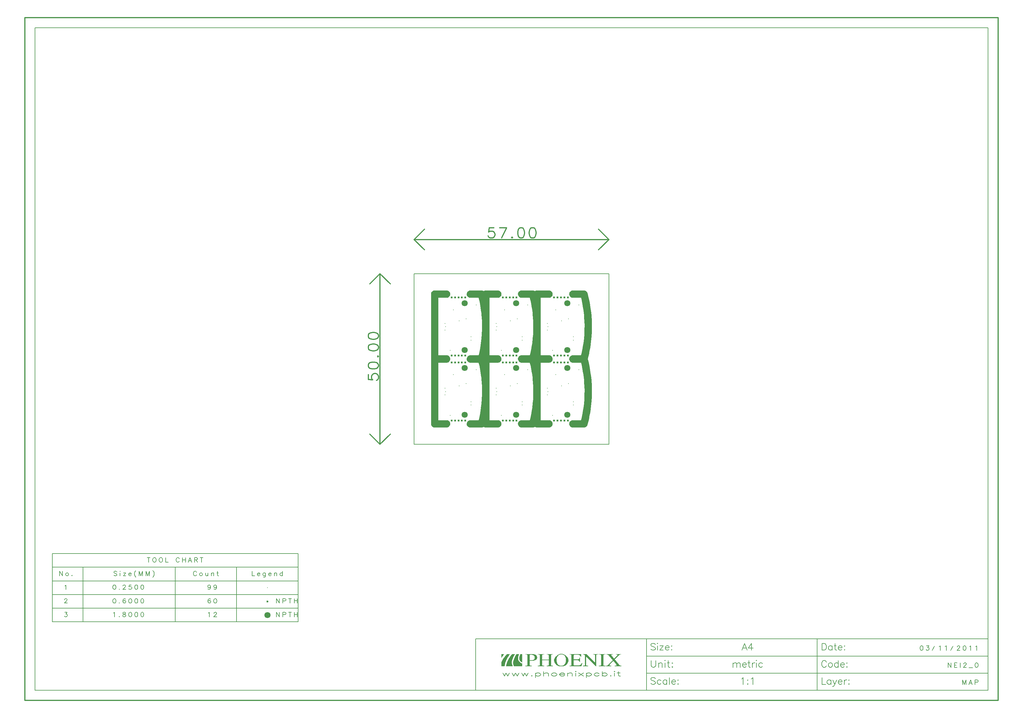
<source format=gbr>
G04 CAM350 V10.2.2 (Build 401) Date:  Thu Nov 03 10:21:44 2011 *
G04 Database: \\SRVPHOENIX\Users\Marina\Documenti\Untitled.cam *
G04 Layer 2: MAP *
%FSLAX33Y33*%
%MOMM*%
%SFA1.000B1.000*%

%MIA0B0*%
%IPPOS*%
%ADD70C,0.24994*%
%ADD71C,1.80010*%
%ADD22C,0.60096*%
%ADD23C,0.19990*%
%ADD24C,2.00000*%
%ADD40C,0.20000*%
%ADD43C,0.25000*%
%ADD44C,1.80000*%
%ADD45C,0.60000*%
%ADD46C,0.12700*%
%ADD50C,0.30000*%
%ADD51C,0.30000*%
%ADD84C,0.20000*%
%ADD112C,0.30000*%
%LNMAP*%
%LPD*%
G36*
X25520Y-62644D02*
G01Y-61414D01*
X26337*
X26338Y-61416*
X26280Y-61474*
Y-61491*
X26228Y-61543*
Y-61561*
X26176Y-61613*
Y-61631*
X26123Y-61683*
Y-61700*
X26071Y-61752*
Y-61770*
X26036Y-61805*
Y-61822*
X26001Y-61857*
Y-61875*
X25949Y-61927*
Y-61944*
X25932Y-61962*
Y-61979*
X25879Y-62031*
Y-62049*
X25844Y-62084*
Y-62101*
X25827Y-62119*
Y-62136*
X25810Y-62154*
Y-62171*
X25792Y-62188*
Y-62206*
X25757Y-62241*
Y-62258*
X25722Y-62293*
Y-62310*
X25705Y-62328*
Y-62345*
X25670Y-62380*
Y-62397*
X25653Y-62415*
Y-62432*
X25635Y-62450*
Y-62467*
X25618Y-62485*
Y-62502*
X25583Y-62537*
Y-62554*
X25566Y-62572*
Y-62589*
X25548Y-62607*
Y-62644*
X25520*
G37*
G36*
X30767Y-62764D02*
G01Y-62602D01*
X30785Y-62585*
Y-62445*
X30802Y-62428*
Y-62323*
X30820Y-62306*
Y-62236*
X30837Y-62219*
Y-62166*
X30854Y-62149*
Y-62114*
X30872Y-62097*
Y-62045*
X30889Y-62027*
Y-61992*
X30907Y-61975*
Y-61940*
X30924Y-61922*
Y-61888*
X30942Y-61870*
Y-61835*
X30959Y-61818*
Y-61783*
X30976Y-61766*
Y-61731*
X30994Y-61713*
Y-61696*
X31011Y-61679*
Y-61661*
X31029Y-61643*
Y-61591*
X31046Y-61574*
Y-61539*
X31064Y-61522*
Y-61469*
X31098Y-61434*
Y-61414*
X31597*
Y-63865*
X31569*
Y-63844*
X31554Y-63829*
X31502Y-63812*
X31484Y-63794*
X31414Y-63759*
X31397Y-63742*
X31362Y-63724*
X31345Y-63707*
X31310Y-63689*
X31292Y-63672*
X31257Y-63655*
X31223Y-63620*
X31188Y-63602*
X31135Y-63550*
X31101Y-63533*
X31011Y-63443*
Y-63426*
X30959Y-63374*
Y-63356*
X30924Y-63321*
Y-63304*
X30907Y-63287*
Y-63269*
X30889Y-63252*
Y-63234*
X30872Y-63217*
Y-63199*
X30854Y-63182*
Y-63147*
X30837Y-63130*
Y-63095*
X30820Y-63077*
Y-63043*
X30802Y-63025*
Y-62955*
X30785Y-62938*
Y-62781*
X30767Y-62764*
G37*
G36*
X54088Y-64963D02*
G01Y-64861D01*
X54236Y-64856*
X54364Y-64839*
X54472Y-64811*
X54561Y-64772*
X54630Y-64721*
X54679Y-64660*
X54709Y-64587*
X54719Y-64502*
Y-61865*
X54709Y-61783*
X54679Y-61713*
X54630Y-61653*
X54561Y-61604*
X54472Y-61566*
X54364Y-61538*
X54236Y-61522*
X54088Y-61517*
Y-61415*
X56006*
Y-61517*
X55858Y-61522*
X55730Y-61538*
X55621Y-61566*
X55533Y-61604*
X55463Y-61653*
X55415Y-61713*
X55385Y-61783*
X55375Y-61865*
Y-64502*
X55385Y-64587*
X55415Y-64660*
X55463Y-64721*
X55533Y-64772*
X55621Y-64811*
X55730Y-64839*
X55858Y-64856*
X56006Y-64861*
Y-64963*
X54088*
G37*
G36*
X25520D02*
G01Y-63857D01*
X25538Y-63840*
Y-63805*
X25555Y-63788*
Y-63770*
X25573Y-63753*
Y-63735*
X25590Y-63718*
Y-63701*
X25607Y-63683*
Y-63648*
X25625Y-63631*
Y-63613*
X25642Y-63596*
Y-63578*
X25660Y-63561*
Y-63526*
X25695Y-63491*
Y-63457*
X25712Y-63439*
Y-63421*
X25730Y-63404*
Y-63387*
X25747Y-63369*
Y-63352*
X25764Y-63334*
Y-63317*
X25782Y-63300*
Y-63282*
X25799Y-63265*
Y-63247*
X25817Y-63230*
Y-63212*
X25834Y-63195*
Y-63178*
X25852Y-63160*
Y-63143*
X25869Y-63125*
Y-63108*
X25886Y-63091*
Y-63073*
X25921Y-63038*
Y-63021*
X25939Y-63003*
Y-62986*
X25956Y-62968*
Y-62951*
X25973Y-62934*
Y-62916*
X26008Y-62881*
Y-62864*
X26043Y-62829*
Y-62812*
X26061Y-62794*
Y-62777*
X26096Y-62742*
Y-62724*
X26113Y-62707*
Y-62689*
X26148Y-62655*
Y-62637*
X26200Y-62585*
Y-62568*
X26252Y-62515*
Y-62498*
X26287Y-62463*
Y-62445*
X26375Y-62358*
Y-62341*
X26462Y-62254*
Y-62236*
X26549Y-62149*
Y-62132*
X26619Y-62062*
Y-62045*
X26671Y-61992*
Y-61975*
X26758Y-61888*
Y-61870*
X26862Y-61766*
Y-61747*
X26897Y-61730*
Y-61713*
X27176Y-61434*
Y-61414*
X28041*
Y-61439*
X27989Y-61491*
Y-61508*
X27849Y-61648*
Y-61683*
X27814Y-61718*
Y-61735*
X27795Y-61755*
X27762Y-61771*
Y-61805*
X27710Y-61857*
Y-61892*
X27692Y-61909*
Y-61927*
X27657Y-61962*
Y-61979*
X27623Y-62014*
Y-62031*
X27605Y-62049*
Y-62066*
X27570Y-62101*
Y-62119*
X27536Y-62154*
Y-62171*
X27518Y-62188*
Y-62206*
X27483Y-62241*
Y-62258*
X27466Y-62275*
Y-62293*
X27431Y-62328*
Y-62345*
X27413Y-62363*
Y-62380*
X27379Y-62415*
Y-62432*
X27344Y-62467*
Y-62485*
X27326Y-62502*
Y-62520*
X27309Y-62537*
Y-62572*
X27289Y-62591*
X27257Y-62608*
Y-62624*
X27239Y-62641*
Y-62659*
X27222Y-62676*
Y-62694*
X27204Y-62711*
Y-62729*
X27187Y-62746*
Y-62764*
X27169Y-62781*
Y-62798*
X27152Y-62816*
Y-62833*
X27134Y-62851*
Y-62868*
X27117Y-62886*
Y-62903*
X27100Y-62920*
Y-62938*
X27082Y-62955*
Y-62973*
X27065Y-62990*
Y-63007*
X27047Y-63025*
Y-63043*
X27030Y-63060*
Y-63095*
X27013Y-63112*
Y-63130*
X26995Y-63147*
Y-63164*
X26978Y-63182*
Y-63217*
X26960Y-63234*
Y-63252*
X26943Y-63269*
Y-63287*
X26925Y-63304*
Y-63339*
X26908Y-63356*
Y-63374*
X26890Y-63391*
Y-63426*
X26873Y-63443*
Y-63461*
X26856Y-63478*
Y-63513*
X26838Y-63530*
Y-63548*
X26821Y-63565*
Y-63600*
X26803Y-63618*
Y-63653*
X26786Y-63670*
Y-63705*
X26768Y-63722*
Y-63740*
X26751Y-63757*
Y-63809*
X26734Y-63827*
Y-63844*
X26716Y-63862*
Y-63949*
X26699Y-63966*
Y-64002*
X26664Y-64020*
Y-64036*
X26646Y-64053*
Y-64106*
X26629Y-64123*
Y-64193*
X26611Y-64210*
Y-64280*
X26594Y-64298*
Y-64367*
X26577Y-64385*
Y-64454*
X26559Y-64472*
Y-64559*
X26542Y-64576*
Y-64646*
X26524Y-64664*
Y-64768*
X26507Y-64786*
Y-64855*
X26490Y-64873*
Y-64963*
X25520*
G37*
G36*
X28954Y-64158D02*
G01Y-63927D01*
X28972Y-63910*
Y-63753*
X28989Y-63735*
Y-63648*
X29007Y-63631*
Y-63561*
X29024Y-63544*
Y-63491*
X29042Y-63474*
Y-63421*
X29059Y-63404*
Y-63369*
X29076Y-63352*
Y-63300*
X29094Y-63282*
Y-63247*
X29111Y-63230*
Y-63195*
X29129Y-63178*
Y-63143*
X29146Y-63125*
Y-63108*
X29164Y-63091*
Y-63055*
X29181Y-63038*
Y-63003*
X29198Y-62986*
Y-62951*
X29216Y-62934*
Y-62916*
X29233Y-62899*
Y-62881*
X29251Y-62864*
Y-62829*
X29268Y-62812*
Y-62777*
X29286Y-62759*
Y-62742*
X29303Y-62724*
Y-62689*
X29320Y-62672*
Y-62637*
X29338Y-62620*
Y-62602*
X29355Y-62585*
Y-62568*
X29373Y-62550*
Y-62515*
X29390Y-62498*
Y-62463*
X29408Y-62445*
Y-62428*
X29425Y-62411*
Y-62358*
X29460Y-62323*
Y-62289*
X29477Y-62271*
Y-62254*
X29495Y-62236*
Y-62219*
X29512Y-62202*
Y-62184*
X29530Y-62166*
Y-62132*
X29547Y-62114*
Y-62097*
X29582Y-62062*
Y-62027*
X29599Y-62010*
Y-61992*
X29634Y-61957*
Y-61940*
X29652Y-61922*
Y-61905*
X29669Y-61888*
Y-61870*
X29704Y-61835*
Y-61818*
X29791Y-61731*
Y-61713*
X29809Y-61696*
Y-61679*
X29826Y-61661*
Y-61643*
X29843Y-61626*
Y-61609*
X29878Y-61574*
Y-61556*
X29896Y-61539*
Y-61522*
X29931Y-61487*
Y-61469*
X29948Y-61452*
Y-61414*
X30729*
X30730Y-61416*
X30708Y-61439*
Y-61456*
X30690Y-61474*
Y-61508*
X30673Y-61526*
Y-61543*
X30656Y-61561*
Y-61596*
X30638Y-61613*
Y-61631*
X30621Y-61648*
Y-61683*
X30603Y-61700*
Y-61718*
X30586Y-61735*
Y-61770*
X30569Y-61787*
Y-61822*
X30551Y-61840*
Y-61875*
X30534Y-61892*
Y-61927*
X30516Y-61944*
Y-61979*
X30499Y-61997*
Y-62066*
X30481Y-62084*
Y-62119*
X30464Y-62136*
Y-62206*
X30447Y-62223*
Y-62310*
X30429Y-62328*
Y-62432*
X30412Y-62450*
Y-62829*
X30429Y-62846*
Y-62916*
X30447Y-62934*
Y-63021*
X30464Y-63038*
Y-63073*
X30499Y-63108*
Y-63160*
X30516Y-63178*
Y-63212*
X30534Y-63230*
Y-63265*
X30551Y-63282*
Y-63300*
X30569Y-63317*
Y-63334*
X30586Y-63352*
Y-63369*
X30621Y-63404*
Y-63421*
X30656Y-63457*
Y-63474*
X30726Y-63544*
Y-63561*
X30743Y-63578*
Y-63596*
X30845Y-63698*
X30880Y-63716*
X30900Y-63735*
Y-63753*
X30915Y-63768*
X30950Y-63785*
X30985Y-63821*
X31020Y-63838*
X31144Y-63962*
Y-63977*
X31227Y-63994*
X31299Y-64030*
X31316Y-64047*
X31454Y-64116*
X31507Y-64134*
X31541Y-64151*
X31597Y-64170*
Y-64963*
X29181*
Y-64925*
X29164Y-64908*
Y-64890*
X29146Y-64873*
Y-64855*
X29129Y-64838*
Y-64803*
X29111Y-64786*
Y-64751*
X29094Y-64733*
Y-64716*
X29076Y-64699*
Y-64664*
X29059Y-64646*
Y-64611*
X29042Y-64594*
Y-64542*
X29024Y-64524*
Y-64489*
X29007Y-64472*
Y-64419*
X28989Y-64402*
Y-64315*
X28972Y-64298*
Y-64176*
X28954Y-64158*
G37*
G36*
X26897Y-64963D02*
G01Y-64903D01*
X26915Y-64886*
Y-64816*
X26932Y-64799*
Y-64729*
X26950Y-64712*
Y-64642*
X26967Y-64624*
Y-64572*
X26985Y-64555*
Y-64485*
X27002Y-64467*
Y-64415*
X27019Y-64398*
Y-64363*
X27037Y-64346*
Y-64311*
X27054Y-64293*
Y-64241*
X27072Y-64223*
Y-64171*
X27089Y-64154*
Y-64136*
X27107Y-64119*
Y-64067*
X27124Y-64049*
Y-64014*
X27142Y-63997*
Y-63962*
X27159Y-63944*
Y-63927*
X27176Y-63910*
Y-63875*
X27194Y-63857*
Y-63823*
X27211Y-63805*
Y-63788*
X27229Y-63770*
Y-63735*
X27246Y-63718*
Y-63683*
X27264Y-63666*
Y-63648*
X27281Y-63631*
Y-63613*
X27298Y-63596*
Y-63561*
X27316Y-63544*
Y-63526*
X27333Y-63509*
Y-63474*
X27351Y-63457*
Y-63439*
X27368Y-63421*
Y-63404*
X27385Y-63387*
Y-63369*
X27403Y-63352*
Y-63334*
X27420Y-63317*
Y-63300*
X27438Y-63282*
Y-63265*
X27455Y-63247*
Y-63230*
X27473Y-63212*
Y-63195*
X27490Y-63178*
Y-63160*
X27508Y-63143*
Y-63125*
X27525Y-63108*
Y-63091*
X27542Y-63073*
Y-63055*
X27560Y-63038*
Y-63021*
X27577Y-63003*
Y-62986*
X27595Y-62968*
Y-62951*
X27612Y-62934*
Y-62916*
X27647Y-62881*
Y-62864*
X27664Y-62846*
Y-62829*
X27699Y-62794*
Y-62777*
X27717Y-62759*
Y-62742*
X27734Y-62724*
Y-62707*
X27769Y-62672*
Y-62655*
X27786Y-62637*
Y-62620*
X27821Y-62585*
Y-62568*
X27839Y-62550*
Y-62533*
X27874Y-62498*
Y-62480*
X27908Y-62445*
Y-62428*
X27943Y-62393*
Y-62376*
X27978Y-62341*
Y-62323*
X28013Y-62289*
Y-62271*
X28048Y-62236*
Y-62219*
X28083Y-62184*
Y-62166*
X28135Y-62114*
Y-62097*
X28187Y-62045*
Y-62027*
X28240Y-61975*
Y-61957*
X28292Y-61905*
Y-61888*
X28362Y-61818*
Y-61800*
X28397Y-61766*
Y-61731*
X28416Y-61711*
X28451Y-61694*
X28501Y-61643*
Y-61626*
X28553Y-61574*
Y-61556*
X28625Y-61484*
X28658Y-61468*
Y-61452*
X28696Y-61414*
X29579*
X29580Y-61416*
X29558Y-61439*
Y-61457*
X29523Y-61475*
Y-61491*
X29453Y-61561*
Y-61578*
X29401Y-61631*
Y-61648*
X29366Y-61683*
Y-61700*
X29348Y-61718*
Y-61735*
X29314Y-61770*
Y-61787*
X29296Y-61805*
Y-61822*
X29261Y-61857*
Y-61875*
X29226Y-61909*
Y-61927*
X29209Y-61944*
Y-61962*
X29191Y-61979*
Y-61997*
X29157Y-62031*
Y-62066*
X29122Y-62101*
Y-62119*
X29104Y-62136*
Y-62154*
X29087Y-62171*
Y-62188*
X29069Y-62206*
Y-62223*
X29052Y-62241*
Y-62275*
X29035Y-62293*
Y-62310*
X29017Y-62328*
Y-62345*
X29000Y-62363*
Y-62380*
X28982Y-62397*
Y-62415*
X28965Y-62432*
Y-62467*
X28947Y-62485*
Y-62502*
X28930Y-62520*
Y-62554*
X28912Y-62572*
Y-62589*
X28895Y-62607*
Y-62641*
X28878Y-62659*
Y-62676*
X28860Y-62694*
Y-62729*
X28843Y-62746*
Y-62781*
X28825Y-62798*
Y-62833*
X28808Y-62851*
Y-62886*
X28791Y-62903*
Y-62938*
X28773Y-62955*
Y-62990*
X28756Y-63007*
Y-63043*
X28738Y-63060*
Y-63077*
X28721Y-63095*
Y-63112*
X28705Y-63127*
X28721Y-63143*
Y-63164*
X28703Y-63182*
Y-63234*
X28686Y-63252*
Y-63287*
X28668Y-63304*
Y-63339*
X28651Y-63356*
Y-63409*
X28634Y-63426*
Y-63478*
X28616Y-63496*
Y-63600*
X28599Y-63618*
Y-64136*
X28616Y-64154*
Y-64241*
X28634Y-64258*
Y-64346*
X28651Y-64363*
Y-64415*
X28668Y-64433*
Y-64467*
X28686Y-64485*
Y-64537*
X28703Y-64555*
Y-64572*
X28721Y-64590*
Y-64624*
X28738Y-64642*
Y-64677*
X28756Y-64694*
Y-64729*
X28773Y-64746*
Y-64764*
X28791Y-64781*
Y-64799*
X28808Y-64816*
Y-64834*
X28825Y-64851*
Y-64886*
X28860Y-64921*
Y-64963*
X26897*
G37*
G36*
X32598D02*
G01Y-64861D01*
X32731Y-64856*
X32846Y-64839*
X32943Y-64811*
X33023Y-64772*
X33085Y-64721*
X33129Y-64660*
X33156Y-64587*
X33165Y-64502*
Y-61865*
X33158Y-61783*
X33137Y-61712*
X33103Y-61654*
X33055Y-61608*
X32978Y-61568*
X32876Y-61540*
X32750Y-61522*
X32598Y-61517*
Y-61415*
X34329*
X34518Y-61418*
X34697Y-61430*
X34864Y-61448*
X35021Y-61474*
X35166Y-61507*
X35301Y-61548*
X35425Y-61595*
X35539Y-61651*
X35650Y-61719*
X35747Y-61795*
X35828Y-61879*
X35896Y-61971*
X35947Y-62071*
X35985Y-62178*
X36007Y-62294*
X36015Y-62417*
X36006Y-62542*
X35980Y-62660*
X35935Y-62770*
X35873Y-62873*
X35794Y-62969*
X35697Y-63056*
X35581Y-63137*
X35449Y-63210*
X35329Y-63264*
X35204Y-63310*
X35074Y-63347*
X34939Y-63376*
X34798Y-63398*
X34654Y-63412*
X34503Y-63417*
X34349Y-63414*
X33821Y-63393*
Y-64529*
X33830Y-64607*
X33857Y-64675*
X33902Y-64732*
X33966Y-64778*
X34047Y-64815*
X34147Y-64841*
X34264Y-64856*
X34400Y-64861*
Y-64963*
X32598*
G37*
G36*
X45473D02*
G01Y-64861D01*
X45606Y-64856*
X45721Y-64839*
X45818Y-64811*
X45898Y-64772*
X45960Y-64721*
X46004Y-64660*
X46031Y-64587*
X46040Y-64502*
Y-61865*
X46033Y-61783*
X46012Y-61712*
X45978Y-61654*
X45930Y-61608*
X45853Y-61568*
X45751Y-61540*
X45625Y-61522*
X45473Y-61517*
Y-61415*
X48890*
Y-62181*
X48755*
X48707Y-62075*
X48641Y-61974*
X48557Y-61882*
X48462Y-61800*
X48353Y-61732*
X48238Y-61679*
X48118Y-61646*
X47996Y-61634*
X47037*
X46957Y-61638*
X46887Y-61649*
X46829Y-61667*
X46781Y-61691*
X46744Y-61723*
X46717Y-61761*
X46701Y-61807*
X46696Y-61860*
Y-62996*
X47687*
X47854Y-62988*
X47999Y-62964*
X48121Y-62924*
X48222Y-62867*
X48300Y-62795*
X48356Y-62706*
X48390Y-62602*
X48401Y-62481*
X48536*
Y-63736*
X48401*
X48386Y-63607*
X48368Y-63550*
X48343Y-63496*
X48310Y-63447*
X48270Y-63401*
X48224Y-63360*
X48169Y-63323*
X48069Y-63276*
X47955Y-63242*
X47828Y-63223*
X47687Y-63216*
X46696*
Y-64529*
X46702Y-64600*
X46720Y-64655*
X46750Y-64696*
X46793Y-64722*
X46870Y-64738*
X47011Y-64743*
X48002*
X48186Y-64731*
X48274Y-64715*
X48361Y-64692*
X48443Y-64664*
X48524Y-64629*
X48678Y-64540*
X48805Y-64437*
X48909Y-64322*
X48991Y-64196*
X49051Y-64057*
X49238*
X48948Y-64963*
X45473*
G37*
G36*
X40963Y-63189D02*
G01X40976Y-63034D01*
X41015Y-62876*
X41076Y-62717*
X41160Y-62557*
X41262Y-62400*
X41382Y-62247*
X41516Y-62099*
X41665Y-61959*
X41823Y-61830*
X41991Y-61711*
X42164Y-61605*
X42344Y-61514*
X42525Y-61441*
X42708Y-61386*
X42889Y-61352*
X43067Y-61340*
X43248Y-61352*
X43432Y-61386*
X43617Y-61440*
X43801Y-61513*
X43980Y-61604*
X44155Y-61709*
X44322Y-61827*
X44481Y-61957*
X44627Y-62097*
X44762Y-62244*
X44880Y-62398*
X44982Y-62554*
X45064Y-62714*
X45126Y-62875*
X45164Y-63033*
X45178Y-63189*
X45168Y-63381*
X45142Y-63564*
X45098Y-63740*
X45036Y-63907*
X44956Y-64067*
X44859Y-64218*
X44744Y-64362*
X44611Y-64497*
X44458Y-64624*
X44295Y-64734*
X44121Y-64827*
X43937Y-64903*
X43743Y-64962*
X43538Y-65004*
X43323Y-65029*
X43099Y-65038*
X42866Y-65029*
X42644Y-65004*
X42433Y-64962*
X42234Y-64903*
X42044Y-64827*
X41866Y-64734*
X41698Y-64624*
X41542Y-64497*
X41406Y-64362*
X41289Y-64218*
X41189Y-64067*
X41108Y-63907*
X41044Y-63740*
X40999Y-63564*
X40972Y-63381*
X40963Y-63189*
G37*
G36*
X36233Y-64963D02*
G01Y-64861D01*
X36366Y-64856*
X36481Y-64839*
X36578Y-64811*
X36658Y-64772*
X36720Y-64721*
X36764Y-64660*
X36790Y-64587*
X36799Y-64502*
Y-61865*
X36790Y-61783*
X36764Y-61713*
X36720Y-61653*
X36658Y-61604*
X36578Y-61566*
X36481Y-61538*
X36366Y-61522*
X36233Y-61517*
Y-61415*
X38022*
Y-61517*
X37889Y-61522*
X37774Y-61538*
X37676Y-61566*
X37597Y-61604*
X37535Y-61653*
X37491Y-61713*
X37464Y-61783*
X37456Y-61865*
Y-63039*
X39405*
Y-61865*
X39396Y-61783*
X39370Y-61713*
X39325Y-61653*
X39264Y-61604*
X39184Y-61566*
X39087Y-61538*
X38972Y-61522*
X38839Y-61517*
Y-61415*
X40628*
Y-61517*
X40495Y-61522*
X40380Y-61538*
X40282Y-61566*
X40203Y-61604*
X40141Y-61653*
X40097Y-61713*
X40070Y-61783*
X40062Y-61865*
Y-64502*
X40070Y-64587*
X40097Y-64660*
X40141Y-64721*
X40203Y-64772*
X40282Y-64811*
X40380Y-64839*
X40495Y-64856*
X40628Y-64861*
Y-64963*
X38839*
Y-64861*
X38972Y-64856*
X39087Y-64839*
X39184Y-64811*
X39264Y-64772*
X39325Y-64721*
X39370Y-64660*
X39396Y-64587*
X39405Y-64502*
Y-63259*
X37456*
Y-64502*
X37464Y-64587*
X37491Y-64660*
X37535Y-64721*
X37597Y-64772*
X37676Y-64811*
X37774Y-64839*
X37889Y-64856*
X38022Y-64861*
Y-64963*
X36233*
G37*
G36*
X56193Y-64861D02*
G01X56278Y-64856D01*
X56364Y-64839*
X56450Y-64810*
X56537Y-64770*
X56624Y-64719*
X56712Y-64656*
X56799Y-64582*
X56888Y-64497*
X58132Y-63215*
X57151Y-62016*
X57047Y-61899*
X56941Y-61798*
X56833Y-61712*
X56725Y-61641*
X56613Y-61587*
X56501Y-61548*
X56386Y-61525*
X56270Y-61517*
Y-61415*
X58207*
Y-61517*
X57993Y-61527*
X57910Y-61539*
X57842Y-61556*
X57789Y-61578*
X57751Y-61604*
X57730Y-61636*
X57724Y-61672*
X57750Y-61752*
X57811Y-61874*
X57937Y-62079*
X58548Y-62798*
X59422Y-61902*
X59473Y-61845*
X59508Y-61789*
X59527Y-61735*
X59532Y-61683*
X59522Y-61644*
X59499Y-61610*
X59462Y-61582*
X59413Y-61558*
X59350Y-61541*
X59274Y-61527*
X59082Y-61517*
Y-61415*
X60607*
Y-61517*
X60494Y-61522*
X60384Y-61540*
X60277Y-61570*
X60173Y-61611*
X60071Y-61664*
X59972Y-61728*
X59876Y-61805*
X59783Y-61892*
X58702Y-62991*
X59918Y-64433*
X60008Y-64534*
X60099Y-64620*
X60190Y-64694*
X60283Y-64754*
X60375Y-64802*
X60469Y-64835*
X60563Y-64855*
X60658Y-64861*
Y-64963*
X58747*
Y-64861*
X58964Y-64852*
X59049Y-64840*
X59119Y-64823*
X59173Y-64801*
X59211Y-64774*
X59235Y-64743*
X59243Y-64706*
X59234Y-64640*
X59207Y-64567*
X59162Y-64490*
X59100Y-64407*
X58304Y-63425*
X57364Y-64395*
X57297Y-64471*
X57248Y-64539*
X57219Y-64598*
X57210Y-64647*
X57218Y-64698*
X57241Y-64741*
X57279Y-64778*
X57332Y-64808*
X57398Y-64832*
X57479Y-64848*
X57575Y-64858*
X57686Y-64861*
Y-64963*
X56193*
Y-64861*
G37*
G36*
X49405Y-64963D02*
G01Y-64861D01*
X49551Y-64855*
X49678Y-64838*
X49784Y-64808*
X49873Y-64766*
X49940Y-64713*
X49990Y-64647*
X50019Y-64570*
X50029Y-64481*
Y-61817*
X49898Y-61685*
X49830Y-61624*
X49742Y-61577*
X49643Y-61543*
X49530Y-61523*
X49405Y-61517*
Y-61415*
X50512*
X52982Y-63993*
Y-61849*
X52972Y-61771*
X52943Y-61704*
X52894Y-61647*
X52826Y-61600*
X52738Y-61564*
X52631Y-61537*
X52504Y-61522*
X52358Y-61517*
Y-61415*
X53890*
Y-61517*
X53743Y-61522*
X53616Y-61539*
X53509Y-61567*
X53421Y-61607*
X53352Y-61657*
X53304Y-61719*
X53275Y-61792*
X53265Y-61876*
Y-65038*
X53177Y-65036*
X50312Y-62090*
Y-64529*
X50322Y-64607*
X50351Y-64675*
X50399Y-64732*
X50468Y-64778*
X50555Y-64815*
X50663Y-64841*
X50790Y-64856*
X50936Y-64861*
Y-64963*
X49405*
G37*
%LPC*%
G36*
X34130Y-63210D02*
G01X34310Y-63216D01*
X34537Y-63203*
X34639Y-63188*
X34735Y-63166*
X34821Y-63138*
X34901Y-63104*
X34973Y-63063*
X35038Y-63016*
X35095Y-62964*
X35144Y-62904*
X35186Y-62839*
X35220Y-62767*
X35247Y-62689*
X35266Y-62605*
X35278Y-62515*
X35282Y-62417*
X35276Y-62320*
X35262Y-62229*
X35238Y-62144*
X35206Y-62065*
X35163Y-61994*
X35112Y-61928*
X35051Y-61868*
X34980Y-61814*
X34900Y-61767*
X34811Y-61727*
X34711Y-61692*
X34604Y-61663*
X34486Y-61642*
X34359Y-61626*
X34223Y-61616*
X34078Y-61613*
X33956Y-61620*
X33914Y-61629*
X33885Y-61640*
X33857Y-61669*
X33837Y-61711*
X33825Y-61768*
X33821Y-61838*
Y-63189*
X34130Y-63210*
G37*
G36*
X41702Y-63374D02*
G01X41718Y-63540D01*
X41745Y-63699*
X41783Y-63848*
X41832Y-63991*
X41892Y-64125*
X41962Y-64251*
X42044Y-64368*
X42138Y-64481*
X42240Y-64577*
X42351Y-64660*
X42470Y-64726*
X42597Y-64779*
X42732Y-64816*
X42876Y-64838*
X43028Y-64845*
X43197Y-64837*
X43357Y-64813*
X43506Y-64773*
X43646Y-64715*
X43776Y-64642*
X43897Y-64553*
X44008Y-64447*
X44109Y-64325*
X44187Y-64208*
X44255Y-64084*
X44313Y-63954*
X44360Y-63816*
X44396Y-63672*
X44423Y-63522*
X44438Y-63364*
X44444Y-63200*
X44439Y-63029*
X44425Y-62865*
X44401Y-62709*
X44368Y-62561*
X44325Y-62421*
X44273Y-62288*
X44212Y-62164*
X44142Y-62047*
X44048Y-61927*
X43945Y-61822*
X43832Y-61734*
X43710Y-61661*
X43578Y-61605*
X43436Y-61565*
X43285Y-61541*
X43125Y-61533*
X42944Y-61541*
X42776Y-61563*
X42619Y-61602*
X42475Y-61655*
X42343Y-61724*
X42222Y-61808*
X42114Y-61907*
X42018Y-62020*
X41942Y-62133*
X41877Y-62255*
X41822Y-62388*
X41777Y-62530*
X41741Y-62682*
X41716Y-62845*
X41701Y-63017*
X41697Y-63200*
X41702Y-63374*
G37*
%LPD*%
G54D70*
X9000Y14500D03*
X10550Y8500D03*
X16600Y11500D03*
Y12500D03*
X15200Y17800D03*
X11450Y20400D03*
X9200Y15450D03*
X9000Y16450D03*
X13150Y17150D03*
X18200Y21850D03*
X24000Y14500D03*
X25550Y8500D03*
X31600Y11500D03*
Y12500D03*
X30200Y17800D03*
X26450Y20400D03*
X24200Y15450D03*
X24000Y16450D03*
X28150Y17150D03*
X33200Y21850D03*
X39000Y14500D03*
X40550Y8500D03*
X46600Y11500D03*
Y12500D03*
X45200Y17800D03*
X41450Y20400D03*
X39200Y15450D03*
X39000Y16450D03*
X43150Y17150D03*
X48200Y21850D03*
X39000Y33500D03*
X40550Y27500D03*
X46600Y30500D03*
Y31500D03*
X45200Y36800D03*
X41450Y39400D03*
X39200Y34450D03*
X39000Y35450D03*
X43150Y36150D03*
X48200Y40850D03*
X24000Y33500D03*
X25550Y27500D03*
X31600Y30500D03*
Y31500D03*
X30200Y36800D03*
X26450Y39400D03*
X24200Y34450D03*
X24000Y35450D03*
X28150Y36150D03*
X33200Y40850D03*
X9000Y33500D03*
X10550Y27500D03*
X16600Y30500D03*
Y31500D03*
X15200Y36800D03*
X11450Y39400D03*
X9200Y34450D03*
X9000Y35450D03*
X13150Y36150D03*
X18200Y40850D03*
G54D71*
X14807Y8622D03*
Y22378D03*
X29807Y8622D03*
Y22378D03*
X44807Y8622D03*
Y22378D03*
Y27622D03*
Y41378D03*
X29807Y27622D03*
Y41378D03*
X14807Y27622D03*
Y41378D03*
G54D22*
X12965Y26000D03*
X11965D03*
X10965D03*
X13965D03*
X14965D03*
X12965Y43000D03*
X13965D03*
X14965D03*
X11965D03*
X10965D03*
X27965D03*
X28965D03*
X29965D03*
X26965D03*
X25965D03*
X42965D03*
X43965D03*
X44965D03*
X41965D03*
X40965D03*
X42965Y24000D03*
X43965D03*
X44965D03*
X41965D03*
X40965D03*
X27965D03*
X28965D03*
X29965D03*
X26965D03*
X25965D03*
X12965D03*
X13965D03*
X14965D03*
X11965D03*
X10965D03*
X12965Y7000D03*
X11965D03*
X10965D03*
X13965D03*
X14965D03*
X27965D03*
X26965D03*
X25965D03*
X28965D03*
X29965D03*
X42965D03*
X41965D03*
X40965D03*
X43965D03*
X44965D03*
X42965Y26000D03*
X41965D03*
X40965D03*
X43965D03*
X44965D03*
X27965D03*
X26965D03*
X25965D03*
X28965D03*
X29965D03*
G54D43*
X-43000Y-42000D03*
G54D45*
Y-46000D03*
G54D44*
Y-50000D03*
G54D40*
X0Y50000D02*
G01Y0D01*
X57000*
Y50000*
X0*
G54D23*
X7000Y26005D02*
G01X9559Y26000D01*
X9661Y25984*
X9740Y25965*
X9844Y25930*
X9923Y25893*
X10044Y25822*
X10168Y25719*
X10278Y25591*
X10358Y25458*
X10437Y25248*
X10466Y25070*
X10460Y24878*
X10429Y24727*
X10326Y24487*
X10231Y24355*
X10123Y24246*
X10027Y24172*
X9917Y24108*
X9825Y24068*
X9694Y24027*
X9573Y24005*
X7000Y24000*
Y7005*
X9559Y7000*
X9661Y6984*
X9740Y6965*
X9844Y6930*
X9923Y6893*
X10044Y6822*
X10168Y6719*
X10278Y6591*
X10358Y6458*
X10437Y6248*
X10466Y6070*
X10460Y5878*
X10429Y5727*
X10326Y5487*
X10231Y5355*
X10123Y5246*
X10027Y5172*
X9917Y5108*
X9825Y5068*
X9694Y5027*
X9619Y5014*
X9499Y5000*
X5934*
X5744Y5034*
X5621Y5075*
X5542Y5112*
X5421Y5183*
X5297Y5287*
X5187Y5414*
X5106Y5547*
X5028Y5757*
X5000Y5932*
Y44062*
X5017Y44185*
X5039Y44287*
X5139Y44519*
X5234Y44650*
X5341Y44759*
X5438Y44833*
X5548Y44897*
X5640Y44937*
X5771Y44978*
X5893Y45000*
X9543*
X9619Y44991*
X9696Y44977*
X9838Y44932*
X9923Y44893*
X10044Y44822*
X10168Y44718*
X10278Y44591*
X10358Y44458*
X10437Y44248*
X10466Y44070*
X10460Y43878*
X10429Y43727*
X10326Y43487*
X10231Y43355*
X10123Y43247*
X10027Y43172*
X9917Y43108*
X9825Y43068*
X9694Y43027*
X9573Y43006*
X7000Y43000*
Y26005*
X22000D02*
G01X24559Y26000D01*
X24661Y25984*
X24740Y25965*
X24844Y25930*
X24923Y25893*
X25044Y25822*
X25168Y25719*
X25278Y25591*
X25359Y25458*
X25437Y25248*
X25466Y25070*
X25460Y24878*
X25429Y24727*
X25326Y24487*
X25231Y24355*
X25123Y24246*
X25027Y24172*
X24917Y24108*
X24825Y24068*
X24694Y24027*
X24573Y24005*
X22000Y24000*
Y7005*
X24559Y7000*
X24661Y6984*
X24740Y6965*
X24844Y6930*
X24923Y6893*
X25044Y6822*
X25168Y6719*
X25278Y6591*
X25359Y6458*
X25437Y6248*
X25466Y6070*
X25460Y5878*
X25429Y5727*
X25326Y5487*
X25231Y5355*
X25123Y5246*
X25027Y5172*
X24917Y5108*
X24825Y5068*
X24694Y5027*
X24619Y5014*
X24499Y5000*
X20934*
X20744Y5034*
X20621Y5075*
X20542Y5112*
X20433Y5176*
X20357Y5235*
X20170Y5114*
X20065Y5068*
X19934Y5027*
X19859Y5014*
X19739Y5000*
X16400*
X16209Y5034*
X16086Y5075*
X16007Y5112*
X15886Y5183*
X15762Y5287*
X15652Y5414*
X15571Y5547*
X15492Y5757*
X15465Y5935*
X15470Y6127*
X15501Y6278*
X15604Y6518*
X15699Y6650*
X15806Y6759*
X15903Y6833*
X16013Y6897*
X16105Y6937*
X16236Y6978*
X16357Y7000*
X18927Y7005*
X19061Y7564*
X19321Y8772*
X19513Y9860*
X19635Y10682*
X19793Y11999*
X19891Y13175*
X19956Y14631*
X19966Y15705*
X19932Y17048*
X19869Y18111*
X19795Y18960*
X19736Y19497*
X19633Y20339*
X19520Y21094*
X19441Y21557*
X19323Y22216*
X19237Y22650*
X19143Y23096*
X19031Y23587*
X18931Y24000*
X16387Y24005*
X16311Y24014*
X16234Y24028*
X16092Y24073*
X16007Y24112*
X15886Y24183*
X15762Y24286*
X15652Y24414*
X15571Y24547*
X15492Y24757*
X15465Y24935*
X15470Y25127*
X15501Y25278*
X15604Y25518*
X15699Y25650*
X15806Y25759*
X15903Y25833*
X16013Y25897*
X16105Y25937*
X16236Y25978*
X16357Y26000*
X18927Y26005*
X19061Y26564*
X19321Y27772*
X19513Y28860*
X19635Y29682*
X19793Y30999*
X19891Y32175*
X19956Y33631*
X19966Y34705*
X19932Y36048*
X19869Y37111*
X19795Y37960*
X19736Y38497*
X19633Y39340*
X19520Y40094*
X19441Y40557*
X19323Y41216*
X19237Y41650*
X19143Y42096*
X19031Y42587*
X18931Y43000*
X16387Y43005*
X16311Y43014*
X16234Y43028*
X16092Y43073*
X16007Y43112*
X15886Y43183*
X15762Y43286*
X15652Y43414*
X15571Y43547*
X15492Y43757*
X15465Y43935*
X15470Y44127*
X15501Y44278*
X15604Y44518*
X15699Y44650*
X15806Y44759*
X15903Y44833*
X16013Y44897*
X16105Y44937*
X16236Y44978*
X16358Y45000*
X19783*
X19859Y44991*
X19936Y44977*
X20078Y44932*
X20163Y44893*
X20273Y44829*
X20349Y44770*
X20534Y44890*
X20640Y44937*
X20771Y44978*
X20893Y45000*
X24542*
X24619Y44991*
X24696Y44977*
X24838Y44932*
X24923Y44893*
X25044Y44822*
X25168Y44718*
X25278Y44591*
X25359Y44458*
X25437Y44248*
X25466Y44070*
X25460Y43878*
X25429Y43727*
X25326Y43487*
X25231Y43355*
X25123Y43247*
X25027Y43172*
X24917Y43108*
X24825Y43068*
X24694Y43027*
X24573Y43006*
X22000Y43000*
Y26005*
X37000D02*
G01X39559Y26000D01*
X39661Y25984*
X39740Y25965*
X39844Y25930*
X39923Y25893*
X40044Y25822*
X40168Y25719*
X40278Y25591*
X40359Y25458*
X40437Y25248*
X40466Y25070*
X40460Y24878*
X40429Y24727*
X40326Y24487*
X40231Y24355*
X40124Y24246*
X40027Y24172*
X39917Y24108*
X39825Y24068*
X39694Y24027*
X39573Y24005*
X37000Y24000*
Y7005*
X39559Y7000*
X39661Y6984*
X39740Y6965*
X39844Y6930*
X39923Y6893*
X40044Y6822*
X40168Y6719*
X40278Y6591*
X40359Y6458*
X40437Y6248*
X40466Y6070*
X40460Y5878*
X40429Y5727*
X40326Y5487*
X40231Y5355*
X40124Y5246*
X40027Y5172*
X39917Y5108*
X39825Y5068*
X39694Y5027*
X39619Y5014*
X39499Y5000*
X35934*
X35744Y5034*
X35621Y5075*
X35542Y5112*
X35432Y5176*
X35357Y5235*
X35170Y5114*
X35065Y5068*
X34934Y5027*
X34859Y5014*
X34739Y5000*
X31399*
X31209Y5034*
X31086Y5075*
X31007Y5112*
X30886Y5183*
X30762Y5287*
X30652Y5414*
X30571Y5547*
X30493Y5757*
X30465Y5935*
X30470Y6127*
X30501Y6278*
X30604Y6518*
X30699Y6650*
X30806Y6759*
X30903Y6833*
X31013Y6897*
X31105Y6937*
X31236Y6978*
X31357Y7000*
X33927Y7005*
X34061Y7564*
X34321Y8772*
X34513Y9860*
X34635Y10682*
X34793Y11999*
X34891Y13175*
X34955Y14631*
X34966Y15705*
X34932Y17048*
X34869Y18111*
X34795Y18960*
X34736Y19497*
X34633Y20339*
X34520Y21094*
X34441Y21557*
X34323Y22216*
X34237Y22650*
X34143Y23096*
X34031Y23587*
X33931Y24000*
X31387Y24005*
X31311Y24014*
X31234Y24028*
X31092Y24073*
X31007Y24112*
X30886Y24183*
X30762Y24286*
X30652Y24414*
X30571Y24547*
X30493Y24757*
X30465Y24935*
X30470Y25127*
X30501Y25278*
X30604Y25518*
X30699Y25650*
X30806Y25759*
X30903Y25833*
X31013Y25897*
X31105Y25937*
X31236Y25978*
X31357Y26000*
X33927Y26005*
X34061Y26564*
X34321Y27772*
X34513Y28860*
X34635Y29682*
X34793Y30999*
X34891Y32175*
X34955Y33631*
X34966Y34705*
X34932Y36048*
X34869Y37111*
X34795Y37960*
X34736Y38497*
X34633Y39340*
X34520Y40094*
X34441Y40557*
X34323Y41216*
X34237Y41650*
X34143Y42096*
X34031Y42587*
X33931Y43000*
X31387Y43005*
X31311Y43014*
X31234Y43028*
X31092Y43073*
X31007Y43112*
X30886Y43183*
X30762Y43286*
X30652Y43414*
X30571Y43547*
X30493Y43757*
X30465Y43935*
X30470Y44127*
X30501Y44278*
X30604Y44518*
X30699Y44650*
X30806Y44759*
X30903Y44833*
X31013Y44897*
X31105Y44937*
X31236Y44978*
X31358Y45000*
X34783*
X34859Y44991*
X34936Y44977*
X35078Y44932*
X35163Y44893*
X35272Y44829*
X35349Y44770*
X35534Y44890*
X35640Y44937*
X35771Y44978*
X35893Y45000*
X39542*
X39619Y44991*
X39696Y44977*
X39838Y44932*
X39923Y44893*
X40044Y44822*
X40168Y44718*
X40278Y44591*
X40359Y44458*
X40437Y44248*
X40466Y44070*
X40460Y43878*
X40429Y43727*
X40326Y43487*
X40231Y43355*
X40124Y43247*
X40027Y43172*
X39917Y43108*
X39825Y43068*
X39694Y43027*
X39573Y43006*
X37000Y43000*
Y26005*
X46209Y5034D02*
G01X46086Y5075D01*
X46007Y5112*
X45886Y5183*
X45762Y5287*
X45652Y5414*
X45571Y5547*
X45493Y5757*
X45464Y5935*
X45470Y6127*
X45501Y6278*
X45604Y6518*
X45699Y6650*
X45807Y6759*
X45903Y6833*
X46013Y6897*
X46105Y6937*
X46236Y6978*
X46357Y7000*
X48927Y7005*
X49061Y7564*
X49321Y8772*
X49513Y9860*
X49635Y10682*
X49793Y11999*
X49891Y13175*
X49955Y14631*
X49966Y15705*
X49932Y17048*
X49869Y18111*
X49795Y18960*
X49736Y19497*
X49633Y20339*
X49520Y21094*
X49441Y21557*
X49323Y22216*
X49237Y22650*
X49143Y23096*
X49031Y23587*
X48931Y24000*
X46387Y24005*
X46311Y24014*
X46234Y24028*
X46092Y24073*
X46007Y24112*
X45886Y24183*
X45762Y24286*
X45652Y24414*
X45571Y24547*
X45493Y24757*
X45464Y24935*
X45470Y25127*
X45501Y25278*
X45604Y25518*
X45699Y25650*
X45807Y25759*
X45903Y25833*
X46013Y25897*
X46105Y25937*
X46236Y25978*
X46357Y26000*
X48927Y26005*
X49061Y26564*
X49321Y27772*
X49513Y28860*
X49635Y29682*
X49793Y30999*
X49891Y32175*
X49955Y33631*
X49966Y34705*
X49932Y36048*
X49869Y37111*
X49795Y37960*
X49736Y38497*
X49633Y39340*
X49520Y40094*
X49441Y40557*
X49323Y41216*
X49237Y41650*
X49143Y42096*
X49031Y42587*
X48931Y43000*
X46387Y43005*
X46311Y43014*
X46234Y43028*
X46092Y43073*
X46007Y43112*
X45886Y43183*
X45762Y43286*
X45652Y43414*
X45571Y43547*
X45493Y43757*
X45464Y43935*
X45470Y44127*
X45501Y44278*
X45604Y44518*
X45699Y44650*
X45807Y44759*
X45903Y44833*
X46013Y44897*
X46105Y44937*
X46236Y44978*
X46358Y45000*
X49782*
X49859Y44991*
X49936Y44977*
X50078Y44932*
X50163Y44893*
X50284Y44822*
X50408Y44718*
X50518Y44591*
X50599Y44458*
X50666Y44278*
X50947Y43165*
X51013Y42878*
X51167Y42173*
X51314Y41449*
X51553Y40063*
X51745Y38550*
X51834Y37615*
X51920Y36357*
X51961Y34929*
X51956Y33967*
X51932Y32895*
X51858Y31697*
X51787Y30875*
X51716Y30219*
X51606Y29335*
X51489Y28582*
X51406Y28075*
X51296Y27471*
X51209Y27031*
X51145Y26731*
X50985Y26001*
X50926Y25755*
X50850Y25447*
X50743Y25029*
X50737Y25002*
X50977Y24046*
X51246Y22793*
X51358Y22201*
X51561Y21005*
X51746Y19543*
X51834Y18615*
X51920Y17357*
X51961Y15929*
X51956Y14966*
X51932Y13895*
X51858Y12697*
X51787Y11875*
X51716Y11219*
X51606Y10335*
X51489Y9582*
X51406Y9075*
X51296Y8471*
X51209Y8031*
X51145Y7731*
X50985Y7000*
X50912Y6692*
X50684Y5796*
X50667Y5722*
X50566Y5487*
X50471Y5355*
X50364Y5246*
X50267Y5172*
X50157Y5108*
X50065Y5068*
X49934Y5027*
X49859Y5014*
X49739Y5000*
X46399*
X46209Y5034*
G54D24*
X9465Y6000D02*
G01X6000D01*
Y25000*
X9465D02*
G01X6000D01*
Y44000*
X9465*
X16465D02*
G01X19704D01*
Y25000D02*
G75*
G03X19704Y44000I-35180J9500D01*
Y25000D02*
G01X16465D01*
X19704Y6000D02*
G03X19704Y25000I-35180J9500D01*
Y6000D02*
G01X16465D01*
X24465D02*
G01X21000D01*
Y25000*
X24465D02*
G01X21000D01*
Y44000*
X24465*
X31465D02*
G01X34704D01*
Y25000D02*
G03X34704Y44000I-35180J9500D01*
Y25000D02*
G01X31465D01*
X34704Y6000D02*
G03X34704Y25000I-35180J9500D01*
Y6000D02*
G01X31465D01*
X39465D02*
G01X36000D01*
Y25000*
X39465D02*
G01X36000D01*
Y44000*
X39465*
X46465D02*
G01X49704D01*
Y25000D02*
G03X49704Y44000I-35180J9500D01*
Y25000D02*
G01X46465D01*
X49704Y6000D02*
G03X49704Y25000I-35180J9500D01*
Y6000D02*
G01X46465D01*
G54D46*
X-106000Y-32000D02*
G01X-34000D01*
G01X-77755Y-33188D02*
Y-34500D01*
X-78192Y-33188D02*
X-77317D01*
X-76184D02*
X-76309Y-33250D01*
X-76434Y-33375D01*
X-76497Y-33500D01*
X-76559Y-33688D01*
Y-34000D01*
X-76497Y-34188D01*
X-76434Y-34313D01*
X-76309Y-34438D01*
X-76184Y-34500D01*
X-75934D01*
X-75809Y-34438D01*
X-75684Y-34313D01*
X-75622Y-34188D01*
X-75559Y-34000D01*
Y-33688D01*
X-75622Y-33500D01*
X-75684Y-33375D01*
X-75809Y-33250D01*
X-75934Y-33188D01*
X-76184D01*
X-74301D02*
X-74426Y-33250D01*
X-74551Y-33375D01*
X-74614Y-33500D01*
X-74676Y-33688D01*
Y-34000D01*
X-74614Y-34188D01*
X-74551Y-34313D01*
X-74426Y-34438D01*
X-74301Y-34500D01*
X-74051D01*
X-73926Y-34438D01*
X-73801Y-34313D01*
X-73739Y-34188D01*
X-73676Y-34000D01*
Y-33688D01*
X-73739Y-33500D01*
X-73801Y-33375D01*
X-73926Y-33250D01*
X-74051Y-33188D01*
X-74301D01*
X-72731D02*
Y-34500D01*
Y-34500D02*
X-71981D01*
X-68777Y-33500D02*
X-68840Y-33375D01*
X-68965Y-33250D01*
X-69090Y-33188D01*
X-69340D01*
X-69465Y-33250D01*
X-69590Y-33375D01*
X-69652Y-33500D01*
X-69715Y-33688D01*
Y-34000D01*
X-69652Y-34188D01*
X-69590Y-34313D01*
X-69465Y-34438D01*
X-69340Y-34500D01*
X-69090D01*
X-68965Y-34438D01*
X-68840Y-34313D01*
X-68777Y-34188D01*
X-67832Y-33188D02*
Y-34500D01*
X-66957Y-33188D02*
Y-34500D01*
X-67832Y-33813D02*
X-66957D01*
X-65636Y-33188D02*
X-66136Y-34500D01*
X-65636Y-33188D02*
X-65136Y-34500D01*
X-65949Y-34063D02*
X-65324D01*
X-64316Y-33188D02*
Y-34500D01*
Y-33188D02*
X-63753D01*
X-63566Y-33250D01*
X-63503Y-33313D01*
X-63441Y-33438D01*
Y-33563D01*
X-63503Y-33688D01*
X-63566Y-33750D01*
X-63753Y-33813D01*
X-64316D01*
X-63878D02*
X-63441Y-34500D01*
X-62245Y-33188D02*
Y-34500D01*
X-62683Y-33188D02*
X-61808D01*
X-106000Y-36000D02*
G01X-34000D01*
G01X-103852Y-37188D02*
Y-38500D01*
Y-37188D02*
X-102977Y-38500D01*
Y-37188D02*
Y-38500D01*
X-101719Y-37625D02*
X-101844Y-37688D01*
X-101969Y-37813D01*
X-102031Y-38000D01*
Y-38125D01*
X-101969Y-38313D01*
X-101844Y-38438D01*
X-101719Y-38500D01*
X-101531D01*
X-101406Y-38438D01*
X-101281Y-38313D01*
X-101219Y-38125D01*
Y-38000D01*
X-101281Y-37813D01*
X-101406Y-37688D01*
X-101531Y-37625D01*
X-101719D01*
X-100211Y-38375D02*
X-100273Y-38438D01*
X-100211Y-38500D01*
X-100148Y-38438D01*
X-100211Y-38375D01*
G01X-87059Y-37375D02*
X-87184Y-37250D01*
X-87372Y-37188D01*
X-87622D01*
X-87809Y-37250D01*
X-87934Y-37375D01*
Y-37500D01*
X-87872Y-37625D01*
X-87809Y-37688D01*
X-87684Y-37750D01*
X-87309Y-37875D01*
X-87184Y-37938D01*
X-87122Y-38000D01*
X-87059Y-38125D01*
Y-38313D01*
X-87184Y-38438D01*
X-87372Y-38500D01*
X-87622D01*
X-87809Y-38438D01*
X-87934Y-38313D01*
X-86176Y-37188D02*
X-86114Y-37250D01*
X-86051Y-37188D01*
X-86114Y-37125D01*
X-86176Y-37188D01*
X-86114Y-37625D02*
Y-38500D01*
X-84481Y-37625D02*
X-85168Y-38500D01*
Y-37625D02*
X-84481D01*
X-85168Y-38500D02*
X-84481D01*
X-83598Y-38000D02*
X-82848D01*
Y-37875D01*
X-82910Y-37750D01*
X-82973Y-37688D01*
X-83098Y-37625D01*
X-83285D01*
X-83410Y-37688D01*
X-83535Y-37813D01*
X-83598Y-38000D01*
Y-38125D01*
X-83535Y-38313D01*
X-83410Y-38438D01*
X-83285Y-38500D01*
X-83098D01*
X-82973Y-38438D01*
X-82848Y-38313D01*
X-81465Y-36938D02*
X-81590Y-37063D01*
X-81715Y-37250D01*
X-81840Y-37500D01*
X-81902Y-37813D01*
Y-38063D01*
X-81840Y-38375D01*
X-81715Y-38625D01*
X-81590Y-38813D01*
X-81465Y-38938D01*
X-80519Y-37188D02*
Y-38500D01*
Y-37188D02*
X-80019Y-38500D01*
X-79519Y-37188D02*
X-80019Y-38500D01*
X-79519Y-37188D02*
Y-38500D01*
X-78511Y-37188D02*
Y-38500D01*
Y-37188D02*
X-78011Y-38500D01*
X-77511Y-37188D02*
X-78011Y-38500D01*
X-77511Y-37188D02*
Y-38500D01*
X-76566Y-36938D02*
X-76441Y-37063D01*
X-76316Y-37250D01*
X-76191Y-37500D01*
X-76128Y-37813D01*
Y-38063D01*
X-76191Y-38375D01*
X-76316Y-38625D01*
X-76441Y-38813D01*
X-76566Y-38938D01*
G01X-63704Y-37500D02*
X-63766Y-37375D01*
X-63891Y-37250D01*
X-64016Y-37188D01*
X-64266D01*
X-64391Y-37250D01*
X-64516Y-37375D01*
X-64579Y-37500D01*
X-64641Y-37688D01*
Y-38000D01*
X-64579Y-38188D01*
X-64516Y-38313D01*
X-64391Y-38438D01*
X-64266Y-38500D01*
X-64016D01*
X-63891Y-38438D01*
X-63766Y-38313D01*
X-63704Y-38188D01*
X-62508Y-37625D02*
X-62633Y-37688D01*
X-62758Y-37813D01*
X-62821Y-38000D01*
Y-38125D01*
X-62758Y-38313D01*
X-62633Y-38438D01*
X-62508Y-38500D01*
X-62321D01*
X-62196Y-38438D01*
X-62071Y-38313D01*
X-62008Y-38125D01*
Y-38000D01*
X-62071Y-37813D01*
X-62196Y-37688D01*
X-62321Y-37625D01*
X-62508D01*
X-61063D02*
Y-38250D01*
X-61000Y-38438D01*
X-60875Y-38500D01*
X-60688D01*
X-60563Y-38438D01*
X-60375Y-38250D01*
Y-37625D02*
Y-38500D01*
X-59367Y-37625D02*
Y-38500D01*
Y-37875D02*
X-59180Y-37688D01*
X-59055Y-37625D01*
X-58867D01*
X-58742Y-37688D01*
X-58680Y-37875D01*
Y-38500D01*
X-57609Y-37188D02*
Y-38250D01*
X-57547Y-38438D01*
X-57422Y-38500D01*
X-57297D01*
X-57797Y-37625D02*
X-57359D01*
G01X-47458Y-37188D02*
Y-38500D01*
Y-38500D02*
X-46708D01*
X-45950Y-38000D02*
X-45200D01*
Y-37875D01*
X-45262Y-37750D01*
X-45325Y-37688D01*
X-45450Y-37625D01*
X-45637D01*
X-45762Y-37688D01*
X-45887Y-37813D01*
X-45950Y-38000D01*
Y-38125D01*
X-45887Y-38313D01*
X-45762Y-38438D01*
X-45637Y-38500D01*
X-45450D01*
X-45325Y-38438D01*
X-45200Y-38313D01*
X-43567Y-37625D02*
Y-38625D01*
X-43629Y-38813D01*
X-43692Y-38875D01*
X-43817Y-38938D01*
X-44004D01*
X-44129Y-38875D01*
X-43567Y-37813D02*
X-43692Y-37688D01*
X-43817Y-37625D01*
X-44004D01*
X-44129Y-37688D01*
X-44254Y-37813D01*
X-44317Y-38000D01*
Y-38125D01*
X-44254Y-38313D01*
X-44129Y-38438D01*
X-44004Y-38500D01*
X-43817D01*
X-43692Y-38438D01*
X-43567Y-38313D01*
X-42621Y-38000D02*
X-41871D01*
Y-37875D01*
X-41934Y-37750D01*
X-41996Y-37688D01*
X-42121Y-37625D01*
X-42309D01*
X-42434Y-37688D01*
X-42559Y-37813D01*
X-42621Y-38000D01*
Y-38125D01*
X-42559Y-38313D01*
X-42434Y-38438D01*
X-42309Y-38500D01*
X-42121D01*
X-41996Y-38438D01*
X-41871Y-38313D01*
X-40926Y-37625D02*
Y-38500D01*
Y-37875D02*
X-40738Y-37688D01*
X-40613Y-37625D01*
X-40426D01*
X-40301Y-37688D01*
X-40238Y-37875D01*
Y-38500D01*
X-38543Y-37188D02*
Y-38500D01*
Y-37813D02*
X-38668Y-37688D01*
X-38793Y-37625D01*
X-38980D01*
X-39105Y-37688D01*
X-39230Y-37813D01*
X-39293Y-38000D01*
Y-38125D01*
X-39230Y-38313D01*
X-39105Y-38438D01*
X-38980Y-38500D01*
X-38793D01*
X-38668Y-38438D01*
X-38543Y-38313D01*
G01X-102250Y-41438D02*
X-102125Y-41375D01*
X-101938Y-41188D01*
Y-42500D01*
G01X-87853Y-41188D02*
X-88040Y-41250D01*
X-88165Y-41438D01*
X-88228Y-41750D01*
Y-41938D01*
X-88165Y-42250D01*
X-88040Y-42438D01*
X-87853Y-42500D01*
X-87728D01*
X-87540Y-42438D01*
X-87415Y-42250D01*
X-87353Y-41938D01*
Y-41750D01*
X-87415Y-41438D01*
X-87540Y-41250D01*
X-87728Y-41188D01*
X-87853D01*
X-86345Y-42375D02*
X-86407Y-42438D01*
X-86345Y-42500D01*
X-86282Y-42438D01*
X-86345Y-42375D01*
X-85274Y-41500D02*
Y-41438D01*
X-85212Y-41313D01*
X-85149Y-41250D01*
X-85024Y-41188D01*
X-84774D01*
X-84649Y-41250D01*
X-84587Y-41313D01*
X-84524Y-41438D01*
Y-41563D01*
X-84587Y-41688D01*
X-84712Y-41875D01*
X-85337Y-42500D01*
X-84462D01*
X-82829Y-41188D02*
X-83454D01*
X-83516Y-41750D01*
X-83454Y-41688D01*
X-83266Y-41625D01*
X-83079D01*
X-82891Y-41688D01*
X-82766Y-41813D01*
X-82704Y-42000D01*
Y-42125D01*
X-82766Y-42313D01*
X-82891Y-42438D01*
X-83079Y-42500D01*
X-83266D01*
X-83454Y-42438D01*
X-83516Y-42375D01*
X-83579Y-42250D01*
X-81446Y-41188D02*
X-81633Y-41250D01*
X-81758Y-41438D01*
X-81821Y-41750D01*
Y-41938D01*
X-81758Y-42250D01*
X-81633Y-42438D01*
X-81446Y-42500D01*
X-81321D01*
X-81133Y-42438D01*
X-81008Y-42250D01*
X-80946Y-41938D01*
Y-41750D01*
X-81008Y-41438D01*
X-81133Y-41250D01*
X-81321Y-41188D01*
X-81446D01*
X-79688D02*
X-79875Y-41250D01*
X-80000Y-41438D01*
X-80063Y-41750D01*
Y-41938D01*
X-80000Y-42250D01*
X-79875Y-42438D01*
X-79688Y-42500D01*
X-79563D01*
X-79375Y-42438D01*
X-79250Y-42250D01*
X-79188Y-41938D01*
Y-41750D01*
X-79250Y-41438D01*
X-79375Y-41250D01*
X-79563Y-41188D01*
X-79688D01*
G01X-59633Y-41625D02*
X-59696Y-41813D01*
X-59821Y-41938D01*
X-60008Y-42000D01*
X-60071D01*
X-60258Y-41938D01*
X-60383Y-41813D01*
X-60446Y-41625D01*
Y-41563D01*
X-60383Y-41375D01*
X-60258Y-41250D01*
X-60071Y-41188D01*
X-60008D01*
X-59821Y-41250D01*
X-59696Y-41375D01*
X-59633Y-41625D01*
Y-41938D01*
X-59696Y-42250D01*
X-59821Y-42438D01*
X-60008Y-42500D01*
X-60133D01*
X-60321Y-42438D01*
X-60383Y-42313D01*
X-57875Y-41625D02*
X-57938Y-41813D01*
X-58063Y-41938D01*
X-58250Y-42000D01*
X-58313D01*
X-58500Y-41938D01*
X-58625Y-41813D01*
X-58688Y-41625D01*
Y-41563D01*
X-58625Y-41375D01*
X-58500Y-41250D01*
X-58313Y-41188D01*
X-58250D01*
X-58063Y-41250D01*
X-57938Y-41375D01*
X-57875Y-41625D01*
Y-41938D01*
X-57938Y-42250D01*
X-58063Y-42438D01*
X-58250Y-42500D01*
X-58375D01*
X-58563Y-42438D01*
X-58625Y-42313D01*
X-106000Y-40000D02*
G01X-34000D01*
G01X-102375Y-45500D02*
Y-45438D01*
X-102313Y-45313D01*
X-102250Y-45250D01*
X-102125Y-45188D01*
X-101875D01*
X-101750Y-45250D01*
X-101688Y-45313D01*
X-101625Y-45438D01*
Y-45563D01*
X-101688Y-45688D01*
X-101813Y-45875D01*
X-102438Y-46500D01*
X-101563D01*
G01X-87853Y-45188D02*
X-88040Y-45250D01*
X-88165Y-45438D01*
X-88228Y-45750D01*
Y-45938D01*
X-88165Y-46250D01*
X-88040Y-46438D01*
X-87853Y-46500D01*
X-87728D01*
X-87540Y-46438D01*
X-87415Y-46250D01*
X-87353Y-45938D01*
Y-45750D01*
X-87415Y-45438D01*
X-87540Y-45250D01*
X-87728Y-45188D01*
X-87853D01*
X-86345Y-46375D02*
X-86407Y-46438D01*
X-86345Y-46500D01*
X-86282Y-46438D01*
X-86345Y-46375D01*
X-84524Y-45375D02*
X-84587Y-45250D01*
X-84774Y-45188D01*
X-84899D01*
X-85087Y-45250D01*
X-85212Y-45438D01*
X-85274Y-45750D01*
Y-46063D01*
X-85212Y-46313D01*
X-85087Y-46438D01*
X-84899Y-46500D01*
X-84837D01*
X-84649Y-46438D01*
X-84524Y-46313D01*
X-84462Y-46125D01*
Y-46063D01*
X-84524Y-45875D01*
X-84649Y-45750D01*
X-84837Y-45688D01*
X-84899D01*
X-85087Y-45750D01*
X-85212Y-45875D01*
X-85274Y-46063D01*
X-83204Y-45188D02*
X-83391Y-45250D01*
X-83516Y-45438D01*
X-83579Y-45750D01*
Y-45938D01*
X-83516Y-46250D01*
X-83391Y-46438D01*
X-83204Y-46500D01*
X-83079D01*
X-82891Y-46438D01*
X-82766Y-46250D01*
X-82704Y-45938D01*
Y-45750D01*
X-82766Y-45438D01*
X-82891Y-45250D01*
X-83079Y-45188D01*
X-83204D01*
X-81446D02*
X-81633Y-45250D01*
X-81758Y-45438D01*
X-81821Y-45750D01*
Y-45938D01*
X-81758Y-46250D01*
X-81633Y-46438D01*
X-81446Y-46500D01*
X-81321D01*
X-81133Y-46438D01*
X-81008Y-46250D01*
X-80946Y-45938D01*
Y-45750D01*
X-81008Y-45438D01*
X-81133Y-45250D01*
X-81321Y-45188D01*
X-81446D01*
X-79688D02*
X-79875Y-45250D01*
X-80000Y-45438D01*
X-80063Y-45750D01*
Y-45938D01*
X-80000Y-46250D01*
X-79875Y-46438D01*
X-79688Y-46500D01*
X-79563D01*
X-79375Y-46438D01*
X-79250Y-46250D01*
X-79188Y-45938D01*
Y-45750D01*
X-79250Y-45438D01*
X-79375Y-45250D01*
X-79563Y-45188D01*
X-79688D01*
G01X-59633Y-45375D02*
X-59696Y-45250D01*
X-59883Y-45188D01*
X-60008D01*
X-60196Y-45250D01*
X-60321Y-45438D01*
X-60383Y-45750D01*
Y-46063D01*
X-60321Y-46313D01*
X-60196Y-46438D01*
X-60008Y-46500D01*
X-59946D01*
X-59758Y-46438D01*
X-59633Y-46313D01*
X-59571Y-46125D01*
Y-46063D01*
X-59633Y-45875D01*
X-59758Y-45750D01*
X-59946Y-45688D01*
X-60008D01*
X-60196Y-45750D01*
X-60321Y-45875D01*
X-60383Y-46063D01*
X-58313Y-45188D02*
X-58500Y-45250D01*
X-58625Y-45438D01*
X-58688Y-45750D01*
Y-45938D01*
X-58625Y-46250D01*
X-58500Y-46438D01*
X-58313Y-46500D01*
X-58188D01*
X-58000Y-46438D01*
X-57875Y-46250D01*
X-57813Y-45938D01*
Y-45750D01*
X-57875Y-45438D01*
X-58000Y-45250D01*
X-58188Y-45188D01*
X-58313D01*
X-106000Y-44000D02*
G01X-34000D01*
G01X-102313Y-49188D02*
X-101625D01*
X-102000Y-49688D01*
X-101813D01*
X-101688Y-49750D01*
X-101625Y-49813D01*
X-101563Y-50000D01*
Y-50125D01*
X-101625Y-50313D01*
X-101750Y-50438D01*
X-101938Y-50500D01*
X-102125D01*
X-102313Y-50438D01*
X-102375Y-50375D01*
X-102438Y-50250D01*
G01X-88040Y-49438D02*
X-87915Y-49375D01*
X-87728Y-49188D01*
Y-50500D01*
X-86345Y-50375D02*
X-86407Y-50438D01*
X-86345Y-50500D01*
X-86282Y-50438D01*
X-86345Y-50375D01*
X-85024Y-49188D02*
X-85212Y-49250D01*
X-85274Y-49375D01*
Y-49500D01*
X-85212Y-49625D01*
X-85087Y-49688D01*
X-84837Y-49750D01*
X-84649Y-49813D01*
X-84524Y-49938D01*
X-84462Y-50063D01*
Y-50250D01*
X-84524Y-50375D01*
X-84587Y-50438D01*
X-84774Y-50500D01*
X-85024D01*
X-85212Y-50438D01*
X-85274Y-50375D01*
X-85337Y-50250D01*
Y-50063D01*
X-85274Y-49938D01*
X-85149Y-49813D01*
X-84962Y-49750D01*
X-84712Y-49688D01*
X-84587Y-49625D01*
X-84524Y-49500D01*
Y-49375D01*
X-84587Y-49250D01*
X-84774Y-49188D01*
X-85024D01*
X-83204D02*
X-83391Y-49250D01*
X-83516Y-49438D01*
X-83579Y-49750D01*
Y-49938D01*
X-83516Y-50250D01*
X-83391Y-50438D01*
X-83204Y-50500D01*
X-83079D01*
X-82891Y-50438D01*
X-82766Y-50250D01*
X-82704Y-49938D01*
Y-49750D01*
X-82766Y-49438D01*
X-82891Y-49250D01*
X-83079Y-49188D01*
X-83204D01*
X-81446D02*
X-81633Y-49250D01*
X-81758Y-49438D01*
X-81821Y-49750D01*
Y-49938D01*
X-81758Y-50250D01*
X-81633Y-50438D01*
X-81446Y-50500D01*
X-81321D01*
X-81133Y-50438D01*
X-81008Y-50250D01*
X-80946Y-49938D01*
Y-49750D01*
X-81008Y-49438D01*
X-81133Y-49250D01*
X-81321Y-49188D01*
X-81446D01*
X-79688D02*
X-79875Y-49250D01*
X-80000Y-49438D01*
X-80063Y-49750D01*
Y-49938D01*
X-80000Y-50250D01*
X-79875Y-50438D01*
X-79688Y-50500D01*
X-79563D01*
X-79375Y-50438D01*
X-79250Y-50250D01*
X-79188Y-49938D01*
Y-49750D01*
X-79250Y-49438D01*
X-79375Y-49250D01*
X-79563Y-49188D01*
X-79688D01*
G01X-60258Y-49438D02*
X-60133Y-49375D01*
X-59946Y-49188D01*
Y-50500D01*
X-58625Y-49500D02*
Y-49438D01*
X-58563Y-49313D01*
X-58500Y-49250D01*
X-58375Y-49188D01*
X-58125D01*
X-58000Y-49250D01*
X-57938Y-49313D01*
X-57875Y-49438D01*
Y-49563D01*
X-57938Y-49688D01*
X-58063Y-49875D01*
X-58688Y-50500D01*
X-57813D01*
X-106000Y-48000D02*
G01X-34000D01*
X-106000Y-52000D02*
G01X-34000D01*
X-106000Y-32000D02*
G01Y-52000D01*
X-97000Y-36000D02*
G01Y-52000D01*
X-70000Y-36000D02*
G01Y-52000D01*
X-52000Y-36000D02*
G01Y-52000D01*
X-34000Y-32000D02*
G01Y-52000D01*
G01X-40343Y-49188D02*
Y-50500D01*
Y-49188D02*
X-39468Y-50500D01*
Y-49188D02*
Y-50500D01*
X-38458Y-49188D02*
Y-50500D01*
Y-49188D02*
X-37895D01*
X-37708Y-49250D01*
X-37645Y-49313D01*
X-37583Y-49438D01*
Y-49625D01*
X-37645Y-49750D01*
X-37708Y-49813D01*
X-37895Y-49875D01*
X-38458D01*
X-36385Y-49188D02*
Y-50500D01*
X-36823Y-49188D02*
X-35948D01*
X-35125D02*
Y-50500D01*
X-34250Y-49188D02*
Y-50500D01*
X-35125Y-49813D02*
X-34250D01*
G01X-40343Y-45188D02*
Y-46500D01*
Y-45188D02*
X-39468Y-46500D01*
Y-45188D02*
Y-46500D01*
X-38458Y-45188D02*
Y-46500D01*
Y-45188D02*
X-37895D01*
X-37708Y-45250D01*
X-37645Y-45313D01*
X-37583Y-45438D01*
Y-45625D01*
X-37645Y-45750D01*
X-37708Y-45813D01*
X-37895Y-45875D01*
X-38458D01*
X-36385Y-45188D02*
Y-46500D01*
X-36823Y-45188D02*
X-35948D01*
X-35125D02*
Y-46500D01*
X-34250Y-45188D02*
Y-46500D01*
X-35125Y-45813D02*
X-34250D01*
G54D84*
X18000Y-57000D02*
G01X68000D01*
Y-72000*
X18000*
Y-57000*
X68000D02*
G01X118000D01*
Y-62000*
X68000*
Y-57000*
X118000Y-62000D02*
G01X68000D01*
Y-67000*
X118000*
Y-62000*
X68000Y-67000D02*
G01X118000D01*
Y-72000*
X68000*
Y-67000*
X118000Y-57000D02*
G01X168000D01*
Y-62000*
X118000*
Y-57000*
X168000Y-62000D02*
G01X118000D01*
Y-67000*
X168000*
Y-62000*
X118000Y-67000D02*
G01X168000D01*
Y-72000*
X118000*
Y-67000*
X25925Y-66975D02*
G01X26425Y-67850D01*
X26925Y-66975D02*
G01X26425Y-67850D01*
X26925Y-66975D02*
G01X27425Y-67850D01*
X27925Y-66975D02*
G01X27425Y-67850D01*
X28675Y-66975D02*
G01X29175Y-67850D01*
X29675Y-66975D02*
G01X29175Y-67850D01*
X29675Y-66975D02*
G01X30175Y-67850D01*
X30675Y-66975D02*
G01X30175Y-67850D01*
X31425Y-66975D02*
G01X31925Y-67850D01*
X32425Y-66975D02*
G01X31925Y-67850D01*
X32425Y-66975D02*
G01X32925Y-67850D01*
X33425Y-66975D02*
G01X32925Y-67850D01*
X34425Y-67725D02*
G01X34300Y-67787D01*
X34425Y-67850*
X34550Y-67787*
X34425Y-67725*
X35550Y-66975D02*
G01Y-68287D01*
Y-67162D02*
G01X35800Y-67037D01*
X36050Y-66975*
X36425*
X36675Y-67037*
X36925Y-67162*
X37050Y-67350*
Y-67475*
X36925Y-67662*
X36675Y-67787*
X36425Y-67850*
X36050*
X35800Y-67787*
X35550Y-67662*
X37925Y-66537D02*
G01Y-67850D01*
Y-67225D02*
G01X38300Y-67037D01*
X38550Y-66975*
X38925*
X39175Y-67037*
X39300Y-67225*
Y-67850*
X40800Y-66975D02*
G01X40550Y-67037D01*
X40300Y-67162*
X40175Y-67350*
Y-67475*
X40300Y-67662*
X40550Y-67787*
X40800Y-67850*
X41175*
X41425Y-67787*
X41675Y-67662*
X41800Y-67475*
Y-67350*
X41675Y-67162*
X41425Y-67037*
X41175Y-66975*
X40800*
X42550Y-67350D02*
G01X44050D01*
Y-67225*
X43925Y-67100*
X43800Y-67037*
X43550Y-66975*
X43175*
X42925Y-67037*
X42675Y-67162*
X42550Y-67350*
Y-67475*
X42675Y-67662*
X42925Y-67787*
X43175Y-67850*
X43550*
X43800Y-67787*
X44050Y-67662*
X44925Y-66975D02*
G01Y-67850D01*
Y-67225D02*
G01X45300Y-67037D01*
X45550Y-66975*
X45925*
X46175Y-67037*
X46300Y-67225*
Y-67850*
X47175Y-66537D02*
G01X47300Y-66600D01*
X47425Y-66537*
X47300Y-66475*
X47175Y-66537*
X47300Y-66975D02*
G01Y-67850D01*
X48175Y-66975D02*
G01X49550Y-67850D01*
Y-66975D02*
G01X48175Y-67850D01*
X50425Y-66975D02*
G01Y-68287D01*
Y-67162D02*
G01X50675Y-67037D01*
X50925Y-66975*
X51300*
X51550Y-67037*
X51800Y-67162*
X51925Y-67350*
Y-67475*
X51800Y-67662*
X51550Y-67787*
X51300Y-67850*
X50925*
X50675Y-67787*
X50425Y-67662*
X54175Y-67162D02*
G01X53925Y-67037D01*
X53675Y-66975*
X53300*
X53050Y-67037*
X52800Y-67162*
X52675Y-67350*
Y-67475*
X52800Y-67662*
X53050Y-67787*
X53300Y-67850*
X53675*
X53925Y-67787*
X54175Y-67662*
X55050Y-66537D02*
G01Y-67850D01*
Y-67162D02*
G01X55300Y-67037D01*
X55550Y-66975*
X55925*
X56175Y-67037*
X56425Y-67162*
X56550Y-67350*
Y-67475*
X56425Y-67662*
X56175Y-67787*
X55925Y-67850*
X55550*
X55300Y-67787*
X55050Y-67662*
X57550Y-67725D02*
G01X57425Y-67787D01*
X57550Y-67850*
X57675Y-67787*
X57550Y-67725*
X58550Y-66537D02*
G01X58675Y-66600D01*
X58800Y-66537*
X58675Y-66475*
X58550Y-66537*
X58675Y-66975D02*
G01Y-67850D01*
X59800Y-66537D02*
G01Y-67600D01*
X59925Y-67787*
X60175Y-67850*
X60425*
X59425Y-66975D02*
G01X60300D01*
X70614Y-58612D02*
G01X70426Y-58425D01*
X70145Y-58331*
X69770*
X69489Y-58425*
X69301Y-58612*
Y-58800*
X69395Y-58987*
X69489Y-59081*
X69676Y-59175*
X70239Y-59362*
X70426Y-59456*
X70520Y-59550*
X70614Y-59737*
Y-60019*
X70426Y-60206*
X70145Y-60300*
X69770*
X69489Y-60206*
X69301Y-60019*
X71176Y-58331D02*
G01X71270Y-58425D01*
X71364Y-58331*
X71270Y-58237*
X71176Y-58331*
X71270Y-58987D02*
G01Y-60300D01*
X72958Y-58987D02*
G01X71926Y-60300D01*
Y-58987D02*
G01X72958D01*
X71926Y-60300D02*
G01X72958D01*
X73520Y-59550D02*
G01X74645D01*
Y-59362*
X74551Y-59175*
X74458Y-59081*
X74270Y-58987*
X73989*
X73801Y-59081*
X73614Y-59269*
X73520Y-59550*
Y-59737*
X73614Y-60019*
X73801Y-60206*
X73989Y-60300*
X74270*
X74458Y-60206*
X74645Y-60019*
X75395Y-58987D02*
G01X75301Y-59081D01*
X75395Y-59175*
X75489Y-59081*
X75395Y-58987*
Y-60112D02*
G01X75301Y-60206D01*
X75395Y-60300*
X75489Y-60206*
X75395Y-60112*
X69395Y-63331D02*
G01Y-64737D01*
X69489Y-65019*
X69676Y-65206*
X69958Y-65300*
X70145*
X70426Y-65206*
X70614Y-65019*
X70708Y-64737*
Y-63331*
X71558Y-63987D02*
G01Y-65300D01*
Y-64362D02*
G01X71839Y-64081D01*
X72026Y-63987*
X72308*
X72495Y-64081*
X72589Y-64362*
Y-65300*
X73345Y-63331D02*
G01X73439Y-63425D01*
X73533Y-63331*
X73439Y-63237*
X73345Y-63331*
X73439Y-63987D02*
G01Y-65300D01*
X74383Y-63331D02*
G01Y-64925D01*
X74476Y-65206*
X74664Y-65300*
X74851*
X74101Y-63987D02*
G01X74758D01*
X75608D02*
G01X75514Y-64081D01*
X75608Y-64175*
X75701Y-64081*
X75608Y-63987*
Y-65112D02*
G01X75514Y-65206D01*
X75608Y-65300*
X75701Y-65206*
X75608Y-65112*
X70614Y-68612D02*
G01X70426Y-68425D01*
X70145Y-68331*
X69770*
X69489Y-68425*
X69301Y-68612*
Y-68800*
X69395Y-68987*
X69489Y-69081*
X69676Y-69175*
X70239Y-69362*
X70426Y-69456*
X70520Y-69550*
X70614Y-69737*
Y-70019*
X70426Y-70206*
X70145Y-70300*
X69770*
X69489Y-70206*
X69301Y-70019*
X72301Y-69269D02*
G01X72114Y-69081D01*
X71926Y-68987*
X71645*
X71458Y-69081*
X71270Y-69269*
X71176Y-69550*
Y-69737*
X71270Y-70019*
X71458Y-70206*
X71645Y-70300*
X71926*
X72114Y-70206*
X72301Y-70019*
X73989Y-68987D02*
G01Y-70300D01*
Y-69269D02*
G01X73801Y-69081D01*
X73614Y-68987*
X73333*
X73145Y-69081*
X72958Y-69269*
X72864Y-69550*
Y-69737*
X72958Y-70019*
X73145Y-70206*
X73333Y-70300*
X73614*
X73801Y-70206*
X73989Y-70019*
X74739Y-68331D02*
G01Y-70300D01*
X75395Y-69550D02*
G01X76520D01*
Y-69362*
X76426Y-69175*
X76333Y-69081*
X76145Y-68987*
X75864*
X75676Y-69081*
X75489Y-69269*
X75395Y-69550*
Y-69737*
X75489Y-70019*
X75676Y-70206*
X75864Y-70300*
X76145*
X76333Y-70206*
X76520Y-70019*
X77270Y-68987D02*
G01X77176Y-69081D01*
X77270Y-69175*
X77364Y-69081*
X77270Y-68987*
Y-70112D02*
G01X77176Y-70206D01*
X77270Y-70300*
X77364Y-70206*
X77270Y-70112*
X119395Y-58331D02*
G01Y-60300D01*
Y-58331D02*
G01X120051D01*
X120333Y-58425*
X120520Y-58612*
X120614Y-58800*
X120708Y-59081*
Y-59550*
X120614Y-59831*
X120520Y-60019*
X120333Y-60206*
X120051Y-60300*
X119395*
X122395Y-58987D02*
G01Y-60300D01*
Y-59269D02*
G01X122208Y-59081D01*
X122020Y-58987*
X121739*
X121551Y-59081*
X121364Y-59269*
X121270Y-59550*
Y-59737*
X121364Y-60019*
X121551Y-60206*
X121739Y-60300*
X122020*
X122208Y-60206*
X122395Y-60019*
X123239Y-58331D02*
G01Y-59925D01*
X123333Y-60206*
X123520Y-60300*
X123708*
X122958Y-58987D02*
G01X123614D01*
X124176Y-59550D02*
G01X125301D01*
Y-59362*
X125208Y-59175*
X125114Y-59081*
X124926Y-58987*
X124645*
X124458Y-59081*
X124270Y-59269*
X124176Y-59550*
Y-59737*
X124270Y-60019*
X124458Y-60206*
X124645Y-60300*
X124926*
X125114Y-60206*
X125301Y-60019*
X126051Y-58987D02*
G01X125958Y-59081D01*
X126051Y-59175*
X126145Y-59081*
X126051Y-58987*
Y-60112D02*
G01X125958Y-60206D01*
X126051Y-60300*
X126145Y-60206*
X126051Y-60112*
X120708Y-63800D02*
G01X120614Y-63612D01*
X120426Y-63425*
X120239Y-63331*
X119864*
X119676Y-63425*
X119489Y-63612*
X119395Y-63800*
X119301Y-64081*
Y-64550*
X119395Y-64831*
X119489Y-65019*
X119676Y-65206*
X119864Y-65300*
X120239*
X120426Y-65206*
X120614Y-65019*
X120708Y-64831*
X121739Y-63987D02*
G01X121551Y-64081D01*
X121364Y-64269*
X121270Y-64550*
Y-64737*
X121364Y-65019*
X121551Y-65206*
X121739Y-65300*
X122020*
X122208Y-65206*
X122395Y-65019*
X122489Y-64737*
Y-64550*
X122395Y-64269*
X122208Y-64081*
X122020Y-63987*
X121739*
X124176Y-63331D02*
G01Y-65300D01*
Y-64269D02*
G01X123989Y-64081D01*
X123801Y-63987*
X123520*
X123333Y-64081*
X123145Y-64269*
X123051Y-64550*
Y-64737*
X123145Y-65019*
X123333Y-65206*
X123520Y-65300*
X123801*
X123989Y-65206*
X124176Y-65019*
X124833Y-64550D02*
G01X125958D01*
Y-64362*
X125864Y-64175*
X125770Y-64081*
X125583Y-63987*
X125301*
X125114Y-64081*
X124926Y-64269*
X124833Y-64550*
Y-64737*
X124926Y-65019*
X125114Y-65206*
X125301Y-65300*
X125583*
X125770Y-65206*
X125958Y-65019*
X126708Y-63987D02*
G01X126614Y-64081D01*
X126708Y-64175*
X126801Y-64081*
X126708Y-63987*
Y-65112D02*
G01X126614Y-65206D01*
X126708Y-65300*
X126801Y-65206*
X126708Y-65112*
X119395Y-68331D02*
G01Y-70300D01*
Y-70300D02*
G01X120520D01*
X122020Y-68987D02*
G01Y-70300D01*
Y-69269D02*
G01X121833Y-69081D01*
X121645Y-68987*
X121364*
X121176Y-69081*
X120989Y-69269*
X120895Y-69550*
Y-69737*
X120989Y-70019*
X121176Y-70206*
X121364Y-70300*
X121645*
X121833Y-70206*
X122020Y-70019*
X122583Y-68987D02*
G01X123145Y-70300D01*
X123708Y-68987D02*
G01X123145Y-70300D01*
X122958Y-70675*
X122770Y-70862*
X122583Y-70956*
X122489*
X124176Y-69550D02*
G01X125301D01*
Y-69362*
X125208Y-69175*
X125114Y-69081*
X124926Y-68987*
X124645*
X124458Y-69081*
X124270Y-69269*
X124176Y-69550*
Y-69737*
X124270Y-70019*
X124458Y-70206*
X124645Y-70300*
X124926*
X125114Y-70206*
X125301Y-70019*
X125958Y-68987D02*
G01Y-70300D01*
Y-69550D02*
G01X126051Y-69269D01*
X126239Y-69081*
X126426Y-68987*
X126708*
X127270D02*
G01X127176Y-69081D01*
X127270Y-69175*
X127364Y-69081*
X127270Y-68987*
Y-70112D02*
G01X127176Y-70206D01*
X127270Y-70300*
X127364Y-70206*
X127270Y-70112*
X96713Y-58331D02*
G01X95963Y-60300D01*
X96713Y-58331D02*
G01X97463Y-60300D01*
X96244Y-59644D02*
G01X97181D01*
X98775Y-58331D02*
G01X97838Y-59644D01*
X99244*
X98775Y-58331D02*
G01Y-60300D01*
X93384Y-63987D02*
G01Y-65300D01*
Y-64362D02*
G01X93666Y-64081D01*
X93853Y-63987*
X94134*
X94322Y-64081*
X94416Y-64362*
Y-65300*
Y-64362D02*
G01X94697Y-64081D01*
X94884Y-63987*
X95166*
X95353Y-64081*
X95447Y-64362*
Y-65300*
X96103Y-64550D02*
G01X97228D01*
Y-64362*
X97134Y-64175*
X97041Y-64081*
X96853Y-63987*
X96572*
X96384Y-64081*
X96197Y-64269*
X96103Y-64550*
Y-64737*
X96197Y-65019*
X96384Y-65206*
X96572Y-65300*
X96853*
X97041Y-65206*
X97228Y-65019*
X97978Y-63331D02*
G01Y-64925D01*
X98072Y-65206*
X98259Y-65300*
X98447*
X97697Y-63987D02*
G01X98353D01*
X99009D02*
G01Y-65300D01*
Y-64550D02*
G01X99103Y-64269D01*
X99291Y-64081*
X99478Y-63987*
X99759*
X100134Y-63331D02*
G01X100228Y-63425D01*
X100322Y-63331*
X100228Y-63237*
X100134Y-63331*
X100228Y-63987D02*
G01Y-65300D01*
X102009Y-64269D02*
G01X101822Y-64081D01*
X101634Y-63987*
X101353*
X101166Y-64081*
X100978Y-64269*
X100884Y-64550*
Y-64737*
X100978Y-65019*
X101166Y-65206*
X101353Y-65300*
X101634*
X101822Y-65206*
X102009Y-65019*
X95869Y-68706D02*
G01X96056Y-68612D01*
X96338Y-68331*
Y-70300*
X97650Y-68987D02*
G01X97556Y-69081D01*
X97650Y-69175*
X97744Y-69081*
X97650Y-68987*
Y-70112D02*
G01X97556Y-70206D01*
X97650Y-70300*
X97744Y-70206*
X97650Y-70112*
X98681Y-68706D02*
G01X98869Y-68612D01*
X99150Y-68331*
Y-70300*
G54D112*
X-114000Y-75000D02*
G01Y125000D01*
X171000*
Y-75000*
X-114000*
G54D84*
X-111000Y122000D02*
G01X168000D01*
Y-72000*
X-111000*
Y122000*
G54D46*
G01X148512Y-59008D02*
X148325Y-59070D01*
X148200Y-59258D01*
X148137Y-59570D01*
Y-59758D01*
X148200Y-60070D01*
X148325Y-60258D01*
X148512Y-60320D01*
X148637D01*
X148825Y-60258D01*
X148950Y-60070D01*
X149012Y-59758D01*
Y-59570D01*
X148950Y-59258D01*
X148825Y-59070D01*
X148637Y-59008D01*
X148512D01*
X150022D02*
X150710D01*
X150335Y-59508D01*
X150522D01*
X150647Y-59570D01*
X150710Y-59633D01*
X150772Y-59820D01*
Y-59945D01*
X150710Y-60133D01*
X150585Y-60258D01*
X150397Y-60320D01*
X150210D01*
X150022Y-60258D01*
X149960Y-60195D01*
X149897Y-60070D01*
X152345Y-59070D02*
X151657Y-60383D01*
X153730Y-59258D02*
X153855Y-59195D01*
X154042Y-59008D01*
Y-60320D01*
X155490Y-59258D02*
X155615Y-59195D01*
X155802Y-59008D01*
Y-60320D01*
X157750Y-59070D02*
X157062Y-60383D01*
X159010Y-59320D02*
Y-59258D01*
X159072Y-59133D01*
X159135Y-59070D01*
X159260Y-59008D01*
X159510D01*
X159635Y-59070D01*
X159697Y-59133D01*
X159760Y-59258D01*
Y-59383D01*
X159697Y-59508D01*
X159572Y-59695D01*
X158947Y-60320D01*
X159822D01*
X161082Y-59008D02*
X160895Y-59070D01*
X160770Y-59258D01*
X160707Y-59570D01*
Y-59758D01*
X160770Y-60070D01*
X160895Y-60258D01*
X161082Y-60320D01*
X161207D01*
X161395Y-60258D01*
X161520Y-60070D01*
X161582Y-59758D01*
Y-59570D01*
X161520Y-59258D01*
X161395Y-59070D01*
X161207Y-59008D01*
X161082D01*
X162655Y-59258D02*
X162780Y-59195D01*
X162967Y-59008D01*
Y-60320D01*
X164415Y-59258D02*
X164540Y-59195D01*
X164727Y-59008D01*
Y-60320D01*
G01X156302Y-64008D02*
Y-65320D01*
Y-64008D02*
X157177Y-65320D01*
Y-64008D02*
Y-65320D01*
X158187Y-64008D02*
Y-65320D01*
Y-64008D02*
X159000D01*
X158187Y-64633D02*
X158687D01*
X158187Y-65320D02*
X159000D01*
X159885Y-64008D02*
Y-65320D01*
X160895Y-64320D02*
Y-64258D01*
X160957Y-64133D01*
X161020Y-64070D01*
X161145Y-64008D01*
X161395D01*
X161520Y-64070D01*
X161582Y-64133D01*
X161645Y-64258D01*
Y-64383D01*
X161582Y-64508D01*
X161457Y-64695D01*
X160832Y-65320D01*
X161707D01*
X162405Y-65445D02*
X163530D01*
X164602Y-64008D02*
X164415Y-64070D01*
X164290Y-64258D01*
X164227Y-64570D01*
Y-64758D01*
X164290Y-65070D01*
X164415Y-65258D01*
X164602Y-65320D01*
X164727D01*
X164915Y-65258D01*
X165040Y-65070D01*
X165102Y-64758D01*
Y-64570D01*
X165040Y-64258D01*
X164915Y-64070D01*
X164727Y-64008D01*
X164602D01*
G01X160582Y-69008D02*
Y-70320D01*
Y-69008D02*
X161082Y-70320D01*
X161582Y-69008D02*
X161082Y-70320D01*
X161582Y-69008D02*
Y-70320D01*
X162905Y-69008D02*
X162405Y-70320D01*
X162905Y-69008D02*
X163405Y-70320D01*
X162592Y-69883D02*
X163217D01*
X164227Y-69008D02*
Y-70320D01*
Y-69008D02*
X164790D01*
X164977Y-69070D01*
X165040Y-69133D01*
X165102Y-69258D01*
Y-69445D01*
X165040Y-69570D01*
X164977Y-69633D01*
X164790Y-69695D01*
X164227D01*
G54D50*
G01X23362Y63457D02*
X21933D01*
X21791Y62171D01*
X21933Y62314D01*
X22362Y62457D01*
X22791D01*
X23219Y62314D01*
X23505Y62028D01*
X23648Y61600D01*
Y61314D01*
X23505Y60886D01*
X23219Y60600D01*
X22791Y60457D01*
X22362D01*
X21933Y60600D01*
X21791Y60743D01*
X21648Y61028D01*
X27013Y63457D02*
X25584Y60457D01*
X25013Y63457D02*
X27013D01*
X28664Y60743D02*
X28521Y60600D01*
X28664Y60457D01*
X28807Y60600D01*
X28664Y60743D01*
X31172Y63457D02*
X30743Y63314D01*
X30457Y62886D01*
X30315Y62171D01*
Y61743D01*
X30457Y61028D01*
X30743Y60600D01*
X31172Y60457D01*
X31457D01*
X31886Y60600D01*
X32172Y61028D01*
X32315Y61743D01*
Y62171D01*
X32172Y62886D01*
X31886Y63314D01*
X31457Y63457D01*
X31172D01*
X34537D02*
X34108Y63314D01*
X33823Y62886D01*
X33680Y62171D01*
Y61743D01*
X33823Y61028D01*
X34108Y60600D01*
X34537Y60457D01*
X34823D01*
X35251Y60600D01*
X35537Y61028D01*
X35680Y61743D01*
Y62171D01*
X35537Y62886D01*
X35251Y63314D01*
X34823Y63457D01*
X34537D01*
X0Y60000D02*
G01X3000Y63000D01*
X0Y60000*
X3000Y57000*
X0Y60000*
X57000*
X54000Y63000*
X57000Y60000*
X54000Y57000*
X57000Y60000*
G54D51*
G01X-13457Y20452D02*
Y19023D01*
X-12171Y18881D01*
X-12314Y19023D01*
X-12457Y19452D01*
Y19881D01*
X-12314Y20309D01*
X-12029Y20595D01*
X-11600Y20738D01*
X-11314D01*
X-10886Y20595D01*
X-10600Y20309D01*
X-10457Y19881D01*
Y19452D01*
X-10600Y19023D01*
X-10743Y18881D01*
X-11029Y18738D01*
X-13457Y22960D02*
X-13314Y22531D01*
X-12886Y22246D01*
X-12171Y22103D01*
X-11743D01*
X-11029Y22246D01*
X-10600Y22531D01*
X-10457Y22960D01*
Y23246D01*
X-10600Y23674D01*
X-11029Y23960D01*
X-11743Y24103D01*
X-12171D01*
X-12886Y23960D01*
X-13314Y23674D01*
X-13457Y23246D01*
Y22960D01*
X-10743Y25754D02*
X-10600Y25611D01*
X-10457Y25754D01*
X-10600Y25897D01*
X-10743Y25754D01*
X-13457Y28262D02*
X-13314Y27833D01*
X-12886Y27547D01*
X-12171Y27405D01*
X-11743D01*
X-11029Y27547D01*
X-10600Y27833D01*
X-10457Y28262D01*
Y28547D01*
X-10600Y28976D01*
X-11029Y29262D01*
X-11743Y29405D01*
X-12171D01*
X-12886Y29262D01*
X-13314Y28976D01*
X-13457Y28547D01*
Y28262D01*
Y31627D02*
X-13314Y31198D01*
X-12886Y30913D01*
X-12171Y30770D01*
X-11743D01*
X-11029Y30913D01*
X-10600Y31198D01*
X-10457Y31627D01*
Y31913D01*
X-10600Y32341D01*
X-11029Y32627D01*
X-11743Y32770D01*
X-12171D01*
X-12886Y32627D01*
X-13314Y32341D01*
X-13457Y31913D01*
Y31627D01*
X-10000Y50000D02*
G01X-7000Y47000D01*
X-10000Y50000*
X-13000Y47000*
X-10000Y50000*
Y0*
X-7000Y3000*
X-10000Y0*
X-13000Y3000*
X-10000Y0*
M02*

</source>
